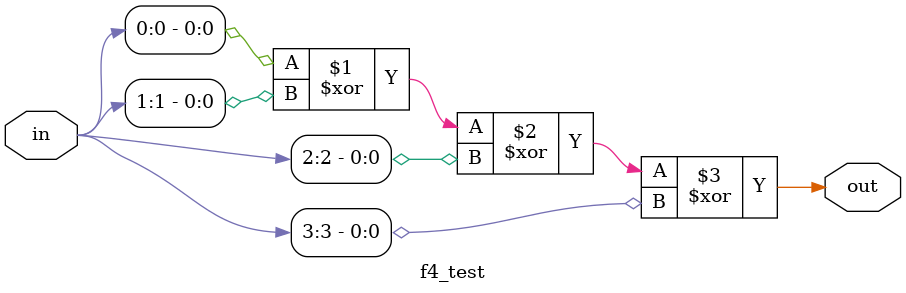
<source format=v>

module f1_test(input [1:0] in, output out);
assign out = (in[0] ^ in[1]);
endmodule

// test_simulation_xor_2_test.v
module f2_test(input [2:0] in, output out);
assign out = (in[0] ^ in[1] ^ in[2]);
endmodule

// test_simulation_xor_3_test.v
module f3_test(input [3:0] in, output out);
assign out = (in[0] ^ in[1] ^ in[2] ^ in[3]);
endmodule

// test_simulation_xor_4_test.v
module f4_test(input [3:0] in, output out);
xor myxor(out, in[0], in[1], in[2], in[3]);
endmodule

</source>
